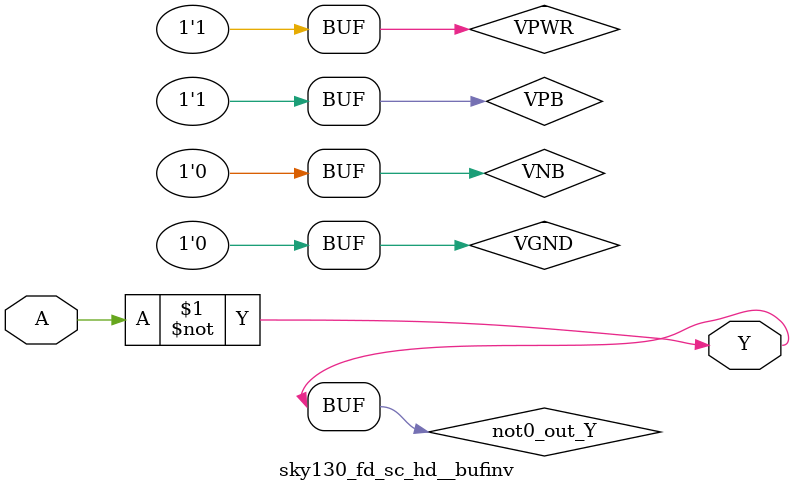
<source format=v>
/*
 * Copyright 2020 The SkyWater PDK Authors
 *
 * Licensed under the Apache License, Version 2.0 (the "License");
 * you may not use this file except in compliance with the License.
 * You may obtain a copy of the License at
 *
 *     https://www.apache.org/licenses/LICENSE-2.0
 *
 * Unless required by applicable law or agreed to in writing, software
 * distributed under the License is distributed on an "AS IS" BASIS,
 * WITHOUT WARRANTIES OR CONDITIONS OF ANY KIND, either express or implied.
 * See the License for the specific language governing permissions and
 * limitations under the License.
 *
 * SPDX-License-Identifier: Apache-2.0
*/


`ifndef SKY130_FD_SC_HD__BUFINV_TIMING_V
`define SKY130_FD_SC_HD__BUFINV_TIMING_V

/**
 * bufinv: Buffer followed by inverter.
 *
 * Verilog simulation timing model.
 */

`timescale 1ns / 1ps
`default_nettype none

`celldefine
module sky130_fd_sc_hd__bufinv (
    Y,
    A
);

    // Module ports
    output Y;
    input  A;

    // Module supplies
    supply1 VPWR;
    supply0 VGND;
    supply1 VPB ;
    supply0 VNB ;

    // Local signals
    wire not0_out_Y;

    //  Name  Output      Other arguments
    not not0 (not0_out_Y, A              );
    buf buf0 (Y         , not0_out_Y     );

endmodule
`endcelldefine

`default_nettype wire
`endif  // SKY130_FD_SC_HD__BUFINV_TIMING_V

</source>
